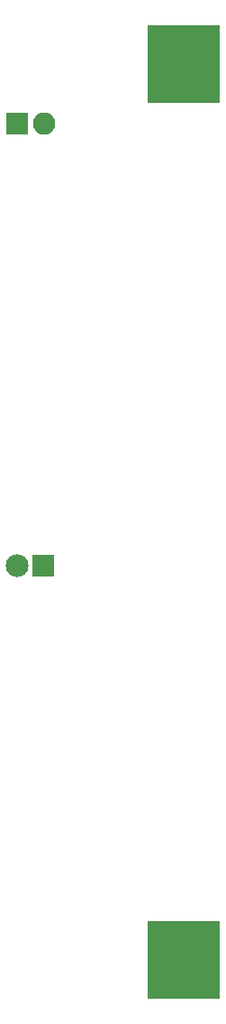
<source format=gts>
G04 #@! TF.FileFunction,Soldermask,Top*
%FSLAX46Y46*%
G04 Gerber Fmt 4.6, Leading zero omitted, Abs format (unit mm)*
G04 Created by KiCad (PCBNEW 4.0.4-stable) date 08/15/17 16:39:26*
%MOMM*%
%LPD*%
G01*
G04 APERTURE LIST*
%ADD10C,0.100000*%
%ADD11R,6.900000X7.400000*%
%ADD12R,2.150000X2.150000*%
%ADD13C,2.150000*%
%ADD14R,2.100000X2.100000*%
%ADD15O,2.100000X2.100000*%
G04 APERTURE END LIST*
D10*
D11*
X137700000Y-65400000D03*
X137700000Y-149500000D03*
D12*
X124500000Y-112500000D03*
D13*
X122000000Y-112500000D03*
D14*
X122000000Y-71000000D03*
D15*
X124540000Y-71000000D03*
M02*

</source>
